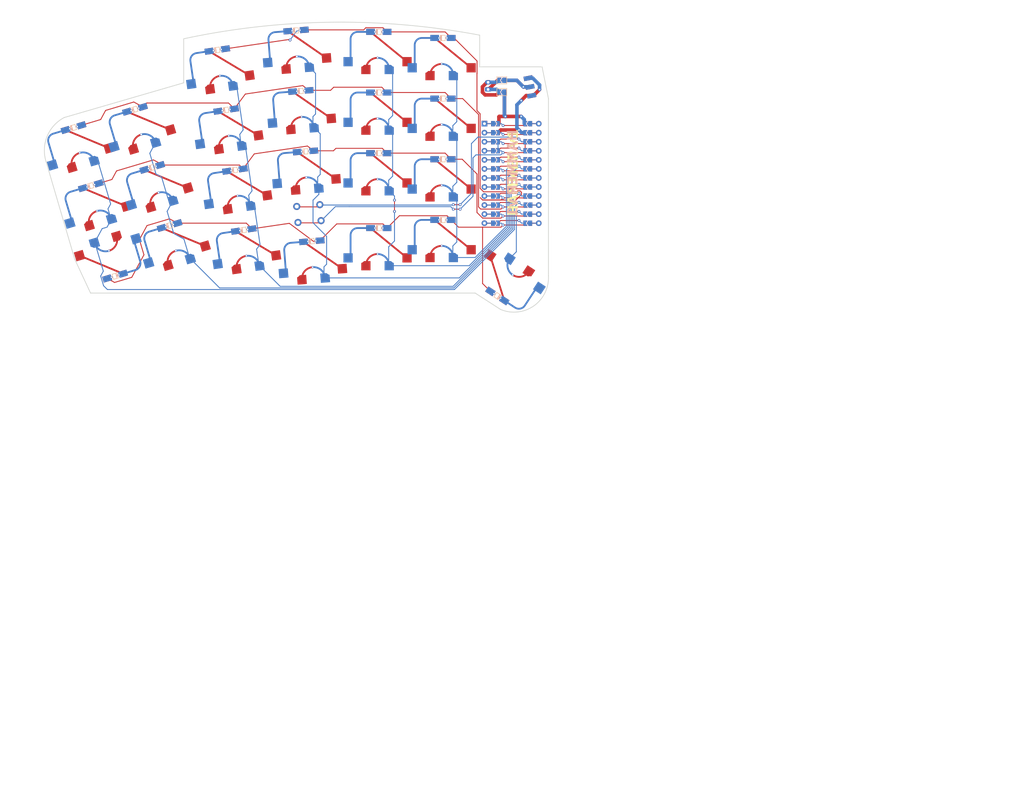
<source format=kicad_pcb>
(kicad_pcb (version 20211014) (generator pcbnew)
  (layers (0 "F.Cu" signal) (31 "B.Cu" signal) (34 "B.Paste" user) (35 "F.Paste" user) (36 "B.SilkS" user "B.Silkscreen") (37 "F.SilkS" user "F.Silkscreen") (38 "B.Mask" user) (39 "F.Mask" user) (44 "Edge.Cuts" user))
  (net 0 "")
  (net 1 "GND")
  (net 2 "Col0")
  (net 3 "Row0")
  (net 4 "Row1")
  (net 5 "Row2")
  (net 6 "Row3")
  (net 7 "Col1")
  (net 8 "Col2")
  (net 9 "Col3")
  (net 10 "Col4")
  (net 11 "Col5")
  (net 12 "Col6")
  (net 13 "unconnected-(U1-Pad1)")
  (net 14 "unconnected-(U1-Pad2)")
  (net 15 "unconnected-(U1-Pad5)")
  (net 16 "unconnected-(U1-Pad6)")
  (net 17 "unconnected-(U1-Pad7)")
  (net 18 "unconnected-(U1-Pad8)")
  (net 19 "unconnected-(U1-Pad13)")
  (net 20 "unconnected-(U1-Pad21)")
  (net 21 "Net-(U1-Pad24)")
  (net 22 "Net-(J1-Pad2)")
  (net 23 "Net-(U1-Pad22)")
  (net 25 "Net-(J1-Pad1)")
  (net 26 "Net-(SW2-Pad2)")
  (footprint "lib:Kailh_socket_PG1350_reversible" (layer "F.Cu") (at 161.845299 110.058528)
    (fp_text reference "K40")
    (fp_text value "Kailh Choc")
  )
  (footprint "lib:Kailh_socket_PG1350_reversible" (layer "F.Cu") (at 179.845307 107.768977)
    (fp_text reference "K50")
    (fp_text value "Kailh Choc")
  )
  (footprint "lib:Kailh_socket_PG1350_reversible" (layer "F.Cu") (at 198.297728 120.836712 146.6)
    (fp_text reference "K60")
    (fp_text value "Kailh Choc")
  )
  (footprint "Package_DIP:DIP-24_W15.24mm_Socket" (layer "F.Cu") (at 199.468922 90.11317)
    (fp_text reference "U1")
    (fp_text value "nice_nano")
  )
  (footprint "lib:SW_SPDT_CK-JS102011SAQN" (layer "F.Cu") (at 207.312879 65.288939 101.2)
    (fp_text reference "SW2")
    (fp_text value "SW_SPDT")
  )
  (footprint "lib:Kailh_socket_PG1350_reversible" (layer "F.Cu") (at 141.635024 88.561122 4.47)
    (fp_text reference "K31")
    (fp_text value "Kailh Choc")
  )
  (footprint "lib:Kailh_socket_PG1350_reversible" (layer "F.Cu") (at 77.485247 81.783886 16.6)
    (fp_text reference "K02")
    (fp_text value "Kailh Choc")
  )
  (footprint "lib:Kailh_socket_PG1350_reversible" (layer "F.Cu") (at 161.845298 54.998527)
    (fp_text reference "K43")
    (fp_text value "Kailh Choc")
  )
  (footprint "lib:Kailh_socket_PG1350_reversible" (layer "F.Cu") (at 122.147922 93.770455 8.36)
    (fp_text reference "K21")
    (fp_text value "Kailh Choc")
  )
  (footprint "lib:Kailh_socket_PG1350_reversible" (layer "F.Cu") (at 179.845307 56.708976)
    (fp_text reference "K53")
    (fp_text value "Kailh Choc")
  )
  (footprint "lib:Kailh_socket_PG1350_reversible" (layer "F.Cu") (at 119.673343 76.931309 8.36)
    (fp_text reference "K22")
    (fp_text value "Kailh Choc")
  )
  (footprint "lib:Kailh_socket_PG1350_reversible" (layer "F.Cu") (at 82.347663 98.094536 16.6)
    (fp_text reference "K01")
    (fp_text value "Kailh Choc")
  )
  (footprint "lib:Kailh_socket_PG1350_reversible" (layer "F.Cu") (at 161.845299 72.018528)
    (fp_text reference "K42")
    (fp_text value "Kailh Choc")
  )
  (footprint "lib:Kailh_socket_PG1350_reversible" (layer "F.Cu") (at 94.735053 76.641496 16.6)
    (fp_text reference "K12")
    (fp_text value "Kailh Choc")
  )
  (footprint "Connector_JST:JST_PH_S2B-PH-K_1x02_P2.00mm_Horizontal" (layer "F.Cu") (at 192.876 66.532 90)
    (fp_text reference "J1")
    (fp_text value "Screw_Terminal_01x02")
  )
  (footprint "lib:Kailh_socket_PG1350_reversible" (layer "F.Cu") (at 161.8453 89.038528)
    (fp_text reference "K41")
    (fp_text value "Kailh Choc")
  )
  (footprint "lib:Kailh_socket_PG1350_reversible" (layer "F.Cu") (at 99.597469 92.952146 16.6)
    (fp_text reference "K11")
    (fp_text value "Kailh Choc")
  )
  (footprint "lib:Kailh_socket_PG1350_reversible" (layer "F.Cu") (at 179.845307 90.748978)
    (fp_text reference "K51")
    (fp_text value "Kailh Choc")
  )
  (footprint "lib:Kailh_socket_PG1350_reversible" (layer "F.Cu") (at 138.982044 54.624663 4.47)
    (fp_text reference "K33")
    (fp_text value "Kailh Choc")
  )
  (footprint "lib:Kailh_socket_PG1350_reversible" (layer "F.Cu") (at 87.210079 114.405186 -163.4)
    (fp_text reference "K00")
    (fp_text value "Kailh Choc")
  )
  (footprint "Jumper:SolderJumper-2_P1.3mm_Open_TrianglePad1.0x1.5mm" (layer "F.Cu") (at 196.73394 67.28512 180)
    (fp_text reference "JP4")
    (fp_text value "SolderJumper_2_Open")
  )
  (footprint "lib:Kailh_socket_PG1350_reversible" (layer "F.Cu") (at 124.622499 110.609603 8.36)
    (fp_text reference "K20")
    (fp_text value "Kailh Choc")
  )
  (footprint "lib:Kailh_socket_PG1350_reversible" (layer "F.Cu") (at 140.308535 71.592892 4.47)
    (fp_text reference "K32")
    (fp_text value "Kailh Choc")
  )
  (footprint "lib:Kailh_socket_PG1350_reversible" (layer "F.Cu") (at 117.198765 60.092163 8.36)
    (fp_text reference "K23")
    (fp_text value "Kailh Choc")
  )
  (footprint "lib:Kailh_socket_PG1350_reversible" (layer "F.Cu") (at 143.411492 113.754343 4.47)
    (fp_text reference "K30")
    (fp_text value "Kailh Choc")
  )
  (footprint "lib:Kailh_socket_PG1350_reversible" (layer "F.Cu") (at 104.459886 109.262796 16.6)
    (fp_text reference "K10")
    (fp_text value "Kailh Choc")
  )
  (footprint "Jumper:SolderJumper-2_P1.3mm_Open_TrianglePad1.0x1.5mm" (layer "F.Cu") (at 196.73394 63.98312 180)
    (fp_text reference "JP1")
    (fp_text value "SolderJumper_2_Open")
  )
  (footprint "lib:Kailh_socket_PG1350_reversible" (layer "F.Cu") (at 179.845308 73.728976)
    (fp_text reference "K52")
    (fp_text value "Kailh Choc")
  )
  (footprint "Jumper:SolderJumper-2_P1.3mm_Open_TrianglePad1.0x1.5mm" (layer "B.Cu") (at 196.73394 63.98312 180)
    (fp_text reference "JP3")
    (fp_text value "SolderJumper_2_Open")
  )
  (footprint "Jumper:SolderJumper-2_P1.3mm_Open_TrianglePad1.0x1.5mm" (layer "B.Cu") (at 196.73394 67.28512 180)
    (fp_text reference "JP2")
    (fp_text value "SolderJumper_2_Open")
  )
  (footprint "Button_Switch_THT:SW_PUSH_6mm" (layer "B.Cu") (at 145.645247 98.882886 -175.53)
    (fp_text reference "SW1")
    (fp_text value "SW_DPST")
  )
  (gr_poly (pts (xy 201.074867 83.752659) (xy 201.074867 83.083793) (xy 200.372133 82.872126) (xy 200.372133 81.885759) (xy 201.074867 81.674093) (xy 201.074867 81.02216) (xy 199.826033 81.433666) (xy 199.826033 82.03816) (xy 199.826032 82.715493) (xy 198.7042 82.385294) (xy 198.7042 82.364126) (xy 199.826033 82.03816) (xy 199.826033 81.433666) (xy 198.12 81.995826) (xy 198.12 82.791692)) (layer "B.SilkS") (width 0) (fill solid))
  (gr_poly (pts (xy 199.296867 78.843549) (xy 199.296867 79.969614) (xy 198.12 79.969615) (xy 198.12 80.613082) (xy 201.074867 80.613082) (xy 201.074867 79.969614) (xy 199.864133 79.969615) (xy 199.864133 78.843549) (xy 201.074867 78.843549) (xy 201.074867 78.200082) (xy 198.12 78.200082) (xy 198.120001 78.843549)) (layer "B.SilkS") (width 0) (fill solid))
  (gr_poly (pts (xy 198.120264 95.096436) (xy 198.121058 95.12139) (xy 198.122382 95.146045) (xy 198.124233 95.170403) (xy 198.126615 95.194463) (xy 198.129525 95.218227) (xy 198.132965 95.241692) (xy 198.136933 95.264859) (xy 198.141431 95.287729) (xy 198.146458 95.310302) (xy 198.152015 95.332576) (xy 198.1581 95.354553) (xy 198.164715 95.376233) (xy 198.171858 95.397614) (xy 198.179531 95.418698) (xy 198.187733 95.439485) (xy 198.196431 95.459924) (xy 198.205593 95.479965) (xy 198.215217 95.499611) (xy 198.225303 95.518859) (xy 198.235855 95.537711) (xy 198.246868 95.556165) (xy 198.258344 95.574223) (xy 198.270283 95.591884) (xy 198.282686 95.609148) (xy 198.295551 95.626015) (xy 198.308879 95.642486) (xy 198.322671 95.65856) (xy 198.336925 95.674236) (xy 198.351643 95.689516) (xy 198.366823 95.704399) (xy 198.382468 95.718885) (xy 198.398012 95.733492) (xy 198.413952 95.747668) (xy 198.430291 95.761413) (xy 198.447025 95.774727) (xy 198.464157 95.787609) (xy 198.481685 95.800061) (xy 198.499611 95.812082) (xy 198.517934 95.823673) (xy 198.536654 95.834833) (xy 198.55577 95.845563) (xy 198.575282 95.855863) (xy 198.595192 95.865733) (xy 198.615499 95.875174) (xy 198.636202 95.884185) (xy 198.657303 95.892766) (xy 198.6788 95.900918) (xy 198.700645 95.908608) (xy 198.722787 95.915801) (xy 198.745227 95.922497) (xy 198.767964 95.928699) (xy 198.791001 95.934405) (xy 198.814334 95.939613) (xy 198.837963 95.944326) (xy 198.861892 95.948543) (xy 198.886118 95.952264) (xy 198.910641 95.955488) (xy 198.935462 95.958216) (xy 198.960581 95.960449) (xy 198.985998 95.962185) (xy 199.011712 95.963425) (xy 199.037724 95.96417) (xy 199.064033 95.964418) (xy 199.101306 95.963888) (xy 199.137983 95.9623) (xy 199.174066 95.959652) (xy 199.209553 95.955946) (xy 199.244444 95.951181) (xy 199.278742 95.945358) (xy 199.312444 95.938477) (xy 199.34555 95.930538) (xy 199.378061 95.92154) (xy 199.409977 95.911485) (xy 199.441297 95.900373) (xy 199.472022 95.888202) (xy 199.502151 95.874975) (xy 199.531685 95.86069) (xy 199.560624 95.845349) (xy 199.588967 95.828949) (xy 199.616532 95.811996) (xy 199.643139 95.79395) (xy 199.668787 95.774816) (xy 199.693475 95.754593) (xy 199.717205 95.733278) (xy 199.739976 95.710874) (xy 199.761788 95.687379) (xy 199.78264 95.662792) (xy 199.802534 95.637114) (xy 199.821468 95.610345) (xy 199.839444 95.582483) (xy 199.85646 95.553529) (xy 199.872517 95.523483) (xy 199.887615 95.492343) (xy 199.901754 95.46011) (xy 199.914933 95.426785) (xy 201.074866 96.006751) (xy 201.074867 95.291318) (xy 199.991133 94.77485) (xy 199.991133 94.313419) (xy 201.074867 94.313419) (xy 201.074866 93.669951) (xy 199.449266 93.669951) (xy 199.449267 94.313419) (xy 199.449267 94.99075) (xy 199.448985 95.0085) (xy 199.448142 95.02575) (xy 199.446736 95.042503) (xy 199.444768 95.058759) (xy 199.442238 95.074516) (xy 199.439145 95.089777) (xy 199.435491 95.104541) (xy 199.431274 95.118809) (xy 199.426493 95.132581) (xy 199.421153 95.145857) (xy 199.41525 95.158637) (xy 199.408784 95.170922) (xy 199.401756 95.182713) (xy 199.394166 95.194008) (xy 199.386014 95.20481) (xy 199.3773 95.215118) (xy 199.36751 95.225365) (xy 199.357192 95.234951) (xy 199.346344 95.243878) (xy 199.334967 95.252145) (xy 199.323061 95.259751) (xy 199.310626 95.266696) (xy 199.297662 95.272981) (xy 199.284168 95.278605) (xy 199.270145 95.283568) (xy 199.255593 95.287869) (xy 199.240512 95.29151) (xy 199.224901 95.294488) (xy 199.208762 95.296805) (xy 199.192093 95.29846) (xy 199.174894 95.299454) (xy 199.157167 95.299785) (xy 198.9709 95.299786) (xy 198.953189 95.299453) (xy 198.936041 95.29846) (xy 198.919455 95.296805) (xy 198.903431 95.294488) (xy 198.887969 95.29151) (xy 198.87307 95.287869) (xy 198.858733 95.283568) (xy 198.844959 95.278605) (xy 198.831745 95.272981) (xy 198.819095 95.266696) (xy 198.807007 95.259751) (xy 198.795481 95.252145) (xy 198.784517 95.243878) (xy 198.774116 95.234951) (xy 198.764277 95.225366) (xy 198.755 95.215118) (xy 198.745773 95.20481) (xy 198.737141 95.194008) (xy 198.729104 95.182713) (xy 198.721662 95.170922) (xy 198.714816 95.158637) (xy 198.708566 95.145857) (xy 198.70291 95.132581) (xy 198.69785 95.118809) (xy 198.693385 95.104541) (xy 198.689516 95.089777) (xy 198.686241 95.074516) (xy 198.683562 95.058759) (xy 198.68148 95.042503) (xy 198.679991 95.02575) (xy 198.679098 95.0085) (xy 198.6788 94.99075) (xy 198.678799 94.313419) (xy 199.449267 94.313419) (xy 199.449266 93.669951) (xy 198.12 93.669951) (xy 198.119999 95.071185)) (layer "B.SilkS") (width 0) (fill solid))
  (gr_poly (pts (xy 198.6915 93.109352) (xy 198.6915 91.741985) (xy 199.296867 91.741985) (xy 199.296867 92.914619) (xy 199.864133 92.914619) (xy 199.864133 91.741985) (xy 200.503367 91.741985) (xy 200.503366 93.109352) (xy 201.074867 93.109352) (xy 201.074867 91.098519) (xy 198.119999 91.098519) (xy 198.12 93.109352)) (layer "B.SilkS") (width 0) (fill solid))
  (gr_poly (pts (xy 200.562633 101.30371) (xy 200.562633 101.930242) (xy 201.074867 101.930242) (xy 201.074867 99.872842) (xy 200.562633 99.872842) (xy 200.562633 100.66871) (xy 198.581433 100.668711) (xy 198.581433 100.630609) (xy 199.368833 100.029478) (xy 199.051333 99.623075) (xy 198.12 100.330043) (xy 198.12 101.30371)) (layer "B.SilkS") (width 0) (fill solid))
  (gr_poly (pts (xy 199.5043 89.03551) (xy 199.5043 89.043976) (xy 198.12 89.759408) (xy 198.12 90.44521) (xy 201.074867 90.44521) (xy 201.074867 89.839842) (xy 199.136 89.839842) (xy 199.136 89.827143) (xy 199.5678 89.611242) (xy 200.613433 89.03551) (xy 199.572032 88.472434) (xy 199.106367 88.248068) (xy 199.106367 88.235368) (xy 201.074867 88.235368) (xy 201.074867 87.63) (xy 198.12 87.63) (xy 198.12 88.311566)) (layer "B.SilkS") (width 0) (fill solid))
  (gr_poly (pts (xy 199.749833 98.128286) (xy 200.554166 98.335719) (xy 200.554167 98.369586) (xy 199.749833 98.57702) (xy 198.852367 98.843719) (xy 198.852367 99.436385) (xy 201.074867 98.708253) (xy 201.074867 97.963185) (xy 198.852367 97.235051) (xy 198.852367 97.853117)) (layer "B.SilkS") (width 0) (fill solid))
  (gr_poly (pts (xy 199.504299 85.566939) (xy 199.504299 85.575405) (xy 198.12 86.29084) (xy 198.120001 86.976639) (xy 201.074867 86.976639) (xy 201.074867 86.371272) (xy 199.136 86.371272) (xy 199.136 86.358572) (xy 199.5678 86.142672) (xy 200.613433 85.566939) (xy 199.572033 85.003905) (xy 199.106367 84.779539) (xy 199.106367 84.766839) (xy 201.074866 84.766839) (xy 201.074867 84.161472) (xy 198.12 84.161472) (xy 198.12 84.843039)) (layer "B.SilkS") (width 0) (fill solid))
  (gr_poly (pts (xy 199.676388 94.34268) (xy 199.676388 94.334214) (xy 198.292088 93.61878) (xy 198.292088 92.93298) (xy 201.246955 92.93298) (xy 201.246955 93.538347) (xy 199.308088 93.538347) (xy 199.308088 93.551047) (xy 199.739888 93.766947) (xy 200.785521 94.342681) (xy 199.744121 94.905714) (xy 199.278455 95.13008) (xy 199.278455 95.14278) (xy 201.246955 95.14278) (xy 201.246955 95.748147) (xy 198.292088 95.748147) (xy 198.292088 95.06658)) (layer "F.SilkS") (width 0) (fill solid))
  (gr_poly (pts (xy 199.676388 90.874108) (xy 199.676388 90.865643) (xy 198.292088 90.150211) (xy 198.292088 89.464409) (xy 201.246955 89.464409) (xy 201.246955 90.069777) (xy 199.308089 90.069777) (xy 199.308088 90.082476) (xy 199.739888 90.298377) (xy 200.785521 90.874109) (xy 199.744121 91.437185) (xy 199.278455 91.661551) (xy 199.278455 91.674251) (xy 201.246955 91.674251) (xy 201.246955 92.279619) (xy 198.292088 92.279619) (xy 198.292088 91.598051)) (layer "F.SilkS") (width 0) (fill solid))
  (gr_poly (pts (xy 199.921921 81.781333) (xy 200.726254 81.5739) (xy 200.726253 81.540033) (xy 199.921921 81.332599) (xy 199.024455 81.0659) (xy 199.024455 80.473234) (xy 201.246955 81.201366) (xy 201.246955 81.946434) (xy 199.024455 82.674568) (xy 199.024455 82.056501)) (layer "F.SilkS") (width 0) (fill solid))
  (gr_poly (pts (xy 201.246955 96.15696) (xy 201.246955 96.825826) (xy 200.544221 97.037493) (xy 200.544221 98.02386) (xy 201.246955 98.235526) (xy 201.246955 98.88746) (xy 199.998121 98.475953) (xy 199.998121 97.871459) (xy 199.998121 97.194126) (xy 198.876288 97.524326) (xy 198.876288 97.545493) (xy 199.998121 97.871459) (xy 199.998121 98.475953) (xy 198.292088 97.913793) (xy 198.292088 97.117927)) (layer "F.SilkS") (width 0) (fill solid))
  (gr_poly (pts (xy 198.863588 86.800267) (xy 198.863588 88.167634) (xy 199.468955 88.167634) (xy 199.468955 86.995) (xy 200.036221 86.995) (xy 200.036221 88.167634) (xy 200.675455 88.167634) (xy 200.675455 86.800267) (xy 201.246955 86.800267) (xy 201.246955 88.8111) (xy 198.292088 88.8111) (xy 198.292088 86.800267)) (layer "F.SilkS") (width 0) (fill solid))
  (gr_poly (pts (xy 200.734721 78.605909) (xy 200.734721 77.979377) (xy 201.246956 77.979377) (xy 201.246955 80.036777) (xy 200.734721 80.036777) (xy 200.734721 79.240909) (xy 198.75352 79.240909) (xy 198.753521 79.27901) (xy 199.540921 79.880142) (xy 199.223421 80.286544) (xy 198.292088 79.579576) (xy 198.292088 78.605909)) (layer "F.SilkS") (width 0) (fill solid))
  (gr_poly (pts (xy 198.292353 84.813183) (xy 198.293146 84.788229) (xy 198.294469 84.763574) (xy 198.296321 84.739216) (xy 198.298704 84.715155) (xy 198.301613 84.691392) (xy 198.305053 84.667927) (xy 198.309021 84.644759) (xy 198.313519 84.62189) (xy 198.318546 84.599317) (xy 198.324103 84.577043) (xy 198.330188 84.555066) (xy 198.336803 84.533386) (xy 198.343946 84.512005) (xy 198.351619 84.490921) (xy 198.359821 84.470134) (xy 198.368519 84.449695) (xy 198.377681 84.429652) (xy 198.387305 84.410008) (xy 198.397392 84.390761) (xy 198.407943 84.371908) (xy 198.418956 84.353454) (xy 198.430432 84.335396) (xy 198.442372 84.317735) (xy 198.454774 84.300471) (xy 198.467639 84.283604) (xy 198.480967 84.267133) (xy 198.49476 84.25106) (xy 198.509012 84.235383) (xy 198.523731 84.220104) (xy 198.538911 84.20522) (xy 198.554555 84.190733) (xy 198.570099 84.176126) (xy 198.58604 84.161951) (xy 198.602378 84.148207) (xy 198.619113 84.134892) (xy 198.636245 84.12201) (xy 198.653773 84.109558) (xy 198.6717 84.097537) (xy 198.690021 84.085946) (xy 198.708741 84.074785) (xy 198.727857 84.064056) (xy 198.74737 84.053756) (xy 198.76728 84.043886) (xy 198.787588 84.034445) (xy 198.80829 84.025434) (xy 198.829391 84.016853) (xy 198.850888 84.008701) (xy 198.872733 84.001011) (xy 198.894875 83.993818) (xy 198.917315 83.987121) (xy 198.940052 83.980921) (xy 198.963088 83.975214) (xy 198.986421 83.970006) (xy 199.010051 83.965293) (xy 199.03398 83.961076) (xy 199.058206 83.957355) (xy 199.082729 83.954131) (xy 199.10755 83.951402) (xy 199.132669 83.94917) (xy 199.158086 83.947434) (xy 199.1838 83.946194) (xy 199.209812 83.945449) (xy 199.23612 83.945201) (xy 199.273394 83.945731) (xy 199.310071 83.947319) (xy 199.346154 83.949968) (xy 199.38164 83.953673) (xy 199.416533 83.958438) (xy 199.45083 83.964262) (xy 199.484532 83.971142) (xy 199.517638 83.979081) (xy 199.550149 83.988079) (xy 199.582065 83.998134) (xy 199.613385 84.009246) (xy 199.64411 84.021417) (xy 199.674239 84.034643) (xy 199.703773 84.048929) (xy 199.732712 84.06427) (xy 199.761056 84.080669) (xy 199.78862 84.097624) (xy 199.815227 84.115669) (xy 199.840875 84.134803) (xy 199.865563 84.155027) (xy 199.889293 84.176341) (xy 199.912064 84.198745) (xy 199.933876 84.22224) (xy 199.954728 84.246827) (xy 199.974622 84.272505) (xy 199.993556 84.299274) (xy 200.011531 84.327136) (xy 200.028548 84.35609) (xy 200.044605 84.386137) (xy 200.059703 84.417277) (xy 200.073842 84.449509) (xy 200.087021 84.482835) (xy 201.246955 83.902868) (xy 201.246955 84.618301) (xy 200.16322 85.134769) (xy 200.163221 85.5962) (xy 201.246955 85.5962) (xy 201.246955 86.239668) (xy 199.621355 86.239668) (xy 199.621355 85.5962) (xy 199.621355 84.918869) (xy 199.621073 84.901119) (xy 199.62023 84.883868) (xy 199.618824 84.867116) (xy 199.616856 84.85086) (xy 199.614325 84.835103) (xy 199.611233 84.819842) (xy 199.607579 84.805078) (xy 199.603362 84.79081) (xy 199.598582 84.777038) (xy 199.593241 84.763762) (xy 199.587338 84.750982) (xy 199.580871 84.738697) (xy 199.573845 84.726906) (xy 199.566254 84.715611) (xy 199.558102 84.704809) (xy 199.549388 84.694501) (xy 199.539598 84.684254) (xy 199.52928 84.674668) (xy 199.518432 84.665741) (xy 199.507055 84.657474) (xy 199.495149 84.649868) (xy 199.482714 84.642923) (xy 199.46975 84.636638) (xy 199.456255 84.631014) (xy 199.442233 84.626051) (xy 199.427681 84.62175) (xy 199.4126 84.61811) (xy 199.396989 84.615131) (xy 199.38085 84.612814) (xy 199.364181 84.611159) (xy 199.346982 84.610165) (xy 199.329255 84.609834) (xy 199.142988 84.609834) (xy 199.125277 84.610165) (xy 199.108129 84.611159) (xy 199.091544 84.612814) (xy 199.075519 84.615131) (xy 199.060057 84.618109) (xy 199.045158 84.62175) (xy 199.030821 84.626051) (xy 199.017046 84.631015) (xy 199.003833 84.636639) (xy 198.991183 84.642923) (xy 198.979095 84.649868) (xy 198.967569 84.657474) (xy 198.956604 84.665741) (xy 198.946204 84.674668) (xy 198.936366 84.684254) (xy 198.927088 84.694501) (xy 198.917861 84.704809) (xy 198.909229 84.715611) (xy 198.901192 84.726905) (xy 198.89375 84.738697) (xy 198.886904 84.750982) (xy 198.880654 84.763762) (xy 198.874998 84.777038) (xy 198.869938 84.79081) (xy 198.865473 84.805078) (xy 198.861605 84.819842) (xy 198.858329 84.835103) (xy 198.85565 84.85086) (xy 198.853567 84.867115) (xy 198.852079 84.883869) (xy 198.851186 84.901119) (xy 198.850888 84.918869) (xy 198.850888 85.5962) (xy 199.621355 85.5962) (xy 199.621355 86.239668) (xy 198.292088 86.239668) (xy 198.292088 84.838435)) (layer "F.SilkS") (width 0) (fill solid))
  (gr_poly (pts (xy 199.468955 101.06607) (xy 199.468955 99.940004) (xy 198.292088 99.940004) (xy 198.292088 99.296537) (xy 201.246955 99.296538) (xy 201.246955 99.940004) (xy 200.036221 99.940004) (xy 200.036221 101.06607) (xy 201.246955 101.06607) (xy 201.246955 101.709537) (xy 198.292088 101.709537) (xy 198.292088 101.066071)) (layer "F.SilkS") (width 0) (fill solid))
  (gr_line (start 196.342 128.27) (end 189.245247 123.693886) (layer "Edge.Cuts") (width 0.2))
  (gr_arc (start 209.804 118.872) (mid 205.681153 127.307002) (end 196.342 128.27) (layer "Edge.Cuts") (width 0.2))
  (gr_arc (start 68.834001 86.868) (mid 69.098024 79.71603) (end 73.914 74.422) (layer "Edge.Cuts") (width 0.2))
  (gr_line (start 81.295247 123.693887) (end 76.850247 114.168886) (layer "Edge.Cuts") (width 0.2))
  (gr_arc (start 107.442 52.324) (mid 148.92779 47.674308) (end 190.515247 51.303886) (layer "Edge.Cuts") (width 0.2))
  (gr_line (start 189.245247 123.693886) (end 81.295247 123.693887) (layer "Edge.Cuts") (width 0.2))
  (gr_line (start 107.442 64.678114) (end 107.442 52.324) (layer "Edge.Cuts") (width 0.2))
  (gr_line (start 208.026 60.193886) (end 190.515247 60.193887) (layer "Edge.Cuts") (width 0.2))
  (gr_line (start 73.914 74.422) (end 107.442 64.678114) (layer "Edge.Cuts") (width 0.2))
  (gr_line (start 209.804 118.872) (end 209.804 69.088) (layer "Edge.Cuts") (width 0.2))
  (gr_line (start 190.515247 60.193887) (end 190.515247 51.303886) (layer "Edge.Cuts") (width 0.2))
  (gr_line (start 76.850247 114.168886) (end 68.834 86.868) (layer "Edge.Cuts") (width 0.2))
  (gr_line (start 208.026 60.193886) (end 209.804 69.088) (layer "Edge.Cuts") (width 0.2))
  (segment (start 183.110247 100.152886) (end 185.015246 100.152886) (width 0.25) (layer "F.Cu") (net 1))
  (segment (start 197.080247 84.277887) (end 202.764206 84.277886) (width 0.25) (layer "F.Cu") (net 1))
  (segment (start 205.100837 68.275472) (end 203.557662 68.275471) (width 1) (layer "F.Cu") (net 1))
  (segment (start 145.451761 103.980393) (end 145.958353 103.473802) (width 0.25) (layer "F.Cu") (net 1))
  (segment (start 202.764207 81.737887) (end 203.278923 81.22317) (width 0.25) (layer "F.Cu") (net 1))
  (segment (start 205.596347 68.275471) (end 207.312879 66.558939) (width 1) (layer "F.Cu") (net 1))
  (segment (start 197.080246 81.737886) (end 202.764207 81.737887) (width 0.25) (layer "F.Cu") (net 1))
  (segment (start 203.557662 68.275471) (end 202.160246 69.672886) (width 1) (layer "F.Cu") (net 1))
  (segment (start 202.764206 84.277886) (end 203.278923 83.76317) (width 0.25) (layer "F.Cu") (net 1))
  (segment (start 203.278923 81.22317) (end 203.278923 83.76317) (width 0.25) (layer "F.Cu") (net 1))
  (segment (start 139.478123 103.980393) (end 145.451761 103.980393) (width 0.25) (layer "F.Cu") (net 1))
  (segment (start 196.414207 77.927886) (end 195.908443 78.433651) (width 1) (layer "F.Cu") (net 1))
  (segment (start 195.908443 78.433651) (end 195.908442 78.68317) (width 1) (layer "F.Cu") (net 1))
  (segment (start 205.100838 68.275473) (end 205.596347 68.275471) (width 1) (layer "F.Cu") (net 1))
  (segment (start 201.525247 77.927886) (end 196.414207 77.927886) (width 1) (layer "F.Cu") (net 1))
  (via (at 197.080246 81.737886) (size 0.8) (drill 0.4) (layers "F.Cu" "B.Cu") (net 1))
  (via (at 185.015246 100.152886) (size 0.8) (drill 0.4) (layers "F.Cu" "B.Cu") (net 1))
  (via (at 201.525247 77.927886) (size 0.8) (drill 0.4) (layers "F.Cu" "B.Cu") (net 1))
  (via (at 183.110247 100.152886) (size 0.8) (drill 0.4) (layers "F.Cu" "B.Cu") (net 1))
  (via (at 202.160246 69.672886) (size 0.8) (drill 0.4) (layers "F.Cu" "B.Cu") (net 1))
  (via (at 207.312879 66.558939) (size 0.8) (drill 0.4) (layers "F.Cu" "B.Cu") (net 1))
  (via (at 197.080247 84.277887) (size 0.8) (drill 0.4) (layers "F.Cu" "B.Cu") (net 1))
  (segment (start 200.960727 77.363366) (end 201.525247 77.927886) (width 1) (layer "B.Cu") (net 1))
  (segment (start 153.900247 99.43701) (end 182.39437 99.43701) (width 0.25) (layer "B.Cu") (net 1))
  (segment (start 195.658923 83.76317) (end 196.56553 83.76317) (width 0.25) (layer "B.Cu") (net 1))
  (segment (start 202.280531 78.68317) (end 203.029403 78.68317) (width 1) (layer "B.Cu") (net 1))
  (segment (start 195.658923 81.223171) (end 195.658923 83.76317) (width 0.25) (layer "B.Cu") (net 1))
  (segment (start 205.403933 63.370696) (end 207.312879 65.279641) (width 1) (layer "B.Cu") (net 1))
  (segment (start 188.639767 85.733366) (end 189.485451 84.887681) (width 0.25) (layer "B.Cu") (net 1))
  (segment (start 145.958353 103.473802) (end 149.995144 99.43701) (width 0.25) (layer "B.Cu") (net 1))
  (segment (start 196.470451 84.887682) (end 197.080247 84.277887) (width 0.25) (layer "B.Cu") (net 1))
  (segment (start 202.160246 69.672886) (end 200.960726 70.872407) (width 1) (layer "B.Cu") (net 1))
  (segment (start 207.312879 66.558939) (end 207.312879 65.279641) (width 1) (layer "B.Cu") (net 1))
  (segment (start 204.129665 63.370697) (end 205.403933 63.370696) (width 1) (layer "B.Cu") (net 1))
  (segment (start 149.995144 99.43701) (end 153.900247 99.43701) (width 0.25) (layer "B.Cu") (net 1))
  (segment (start 182.39437 99.43701) (end 183.110247 100.152886) (width 0.25) (layer "B.Cu") (net 1))
  (segment (start 189.485451 84.887681) (end 196.470451 84.887682) (width 0.25) (layer "B.Cu") (net 1))
  (segment (start 200.960726 70.872407) (end 200.960727 77.363366) (width 1) (layer "B.Cu") (net 1))
  (segment (start 185.015246 100.152886) (end 188.639767 96.528366) (width 0.25) (layer "B.Cu") (net 1))
  (segment (start 196.56553 83.76317) (end 197.080247 84.277887) (width 0.25) (layer "B.Cu") (net 1))
  (segment (start 201.525247 77.927886) (end 202.280531 78.68317) (width 1) (layer "B.Cu") (net 1))
  (segment (start 196.565531 81.22317) (end 197.080246 81.737886) (width 0.25) (layer "B.Cu") (net 1))
  (segment (start 188.639767 96.528366) (end 188.639767 85.733366) (width 0.25) (layer "B.Cu") (net 1))
  (segment (start 195.658923 81.223171) (end 196.565531 81.22317) (width 0.25) (layer "B.Cu") (net 1))
  (segment (start 196.339206 98.247886) (end 195.583923 99.00317) (width 0.25) (layer "F.Cu") (net 2))
  (segment (start 201.525246 98.247886) (end 196.339206 98.247886) (width 0.25) (layer "F.Cu") (net 2))
  (via (at 201.525246 98.247886) (size 0.8) (drill 0.4) (layers "F.Cu" "B.Cu") (net 2))
  (segment (start 84.948857 121.629911) (end 84.137898 118.909604) (width 0.25) (layer "B.Cu") (net 2))
  (segment (start 200.255246 105.867887) (end 183.420152 122.702981) (width 0.25) (layer "B.Cu") (net 2))
  (segment (start 86.191871 100.051188) (end 86.999412 102.760031) (width 0.25) (layer "B.Cu") (net 2))
  (segment (start 82.323599 86.550276) (end 83.512874 87.193314) (width 0.25) (layer "B.Cu") (net 2))
  (segment (start 85.924826 105.193448) (end 87.186015 102.860926) (width 0.25) (layer "B.Cu") (net 2))
  (segment (start 82.371727 109.638796) (end 84.554423 105.601983) (width 0.25) (layer "B.Cu") (net 2))
  (segment (start 201.525246 98.247886) (end 200.255246 99.517886) (width 0.25) (layer "B.Cu") (net 2))
  (segment (start 86.999412 102.760031) (end 87.186015 102.860926) (width 0.25) (layer "B.Cu") (net 2))
  (segment (start 84.881832 117.533727) (end 82.55833 109.739692) (width 0.25) (layer "B.Cu") (net 2))
  (segment (start 202.28053 99.00317) (end 201.525246 98.247886) (width 0.25) (layer "B.Cu") (net 2))
  (segment (start 183.420152 122.702981) (end 86.021927 122.702981) (width 0.25) (layer "B.Cu") (net 2))
  (segment (start 86.021927 122.702981) (end 84.948857 121.629911) (width 0.25) (layer "B.Cu") (net 2))
  (segment (start 83.512874 87.193314) (end 86.935806 98.675311) (width 0.25) (layer "B.Cu") (net 2))
  (segment (start 82.55833 109.739692) (end 82.371727 109.638796) (width 0.25) (layer "B.Cu") (net 2))
  (segment (start 203.353923 99.00317) (end 202.28053 99.00317) (width 0.25) (layer "B.Cu") (net 2))
  (segment (start 84.554423 105.601983) (end 85.924826 105.193448) (width 0.25) (layer "B.Cu") (net 2))
  (segment (start 86.935806 98.675311) (end 86.191871 100.051188) (width 0.25) (layer "B.Cu") (net 2))
  (segment (start 200.255246 99.517886) (end 200.255246 105.867887) (width 0.25) (layer "B.Cu") (net 2))
  (segment (start 84.137898 118.909604) (end 84.881832 117.533727) (width 0.25) (layer "B.Cu") (net 2))
  (segment (start 137.069442 104.116922) (end 143.918219 109.210698) (width 0.25) (layer "F.Cu") (net 3))
  (segment (start 181.348788 101.980458) (end 182.523306 103.154978) (width 0.25) (layer "F.Cu") (net 3))
  (segment (start 191.337319 105.207681) (end 184.576011 105.207681) (width 0.25) (layer "F.Cu") (net 3))
  (segment (start 197.080246 104.597886) (end 202.764207 104.597886) (width 0.25) (layer "F.Cu") (net 3))
  (segment (start 163.348781 104.270009) (end 164.523298 105.444528) (width 0.25) (layer "F.Cu") (net 3))
  (segment (start 126.601201 105.65527) (end 137.069442 104.116922) (width 0.25) (layer "F.Cu") (net 3))
  (segment (start 88.031715 120.711127) (end 92.860115 119.271719) (width 0.25) (layer "F.Cu") (net 3))
  (segment (start 85.961857 119.591959) (end 88.031715 120.711127) (width 0.25) (layer "F.Cu") (net 3))
  (segment (start 125.021955 104.076022) (end 126.601202 105.65527) (width 0.25) (layer "F.Cu") (net 3))
  (segment (start 145.721745 108.945661) (end 150.397396 104.270008) (width 0.25) (layer "F.Cu") (net 3))
  (segment (start 193.522087 123.214513) (end 191.327738 121.020164) (width 0.25) (layer "F.Cu") (net 3))
  (segment (start 92.860115 119.271719) (end 96.277096 112.952143) (width 0.25) (layer "F.Cu") (net 3))
  (segment (start 95.007212 108.692399) (end 97.142825 104.742665) (width 0.25) (layer "F.Cu") (net 3))
  (segment (start 184.576011 105.207681) (end 182.523307 103.154977) (width 0.25) (layer "F.Cu") (net 3))
  (segment (start 167.987372 101.980456) (end 181.348788 101.980458) (width 0.25) (layer "F.Cu") (net 3))
  (segment (start 196.470452 105.207681) (end 191.337319 105.207681) (width 0.25) (layer "F.Cu") (net 3))
  (segment (start 191.327738 121.020164) (end 191.327738 105.217262) (width 0.25) (layer "F.Cu") (net 3))
  (segment (start 164.523298 105.444528) (end 167.987372 101.980456) (width 0.25) (layer "F.Cu") (net 3))
  (segment (start 103.458758 102.859803) (end 105.708107 104.076022) (width 0.25) (layer "F.Cu") (net 3))
  (segment (start 150.397396 104.270008) (end 163.348781 104.270009) (width 0.25) (layer "F.Cu") (net 3))
  (segment (start 97.142825 104.742665) (end 103.458758 102.859803) (width 0.25) (layer "F.Cu") (net 3))
  (segment (start 197.080246 104.597886) (end 196.470452 105.207681) (width 0.25) (layer "F.Cu") (net 3))
  (segment (start 105.708107 104.076022) (end 125.021955 104.076022) (width 0.25) (layer "F.Cu") (net 3))
  (segment (start 202.764207 104.597886) (end 203.278923 104.08317) (width 0.25) (layer "F.Cu") (net 3))
  (segment (start 191.327738 105.217262) (end 191.337319 105.207681) (width 0.25) (layer "F.Cu") (net 3))
  (segment (start 143.918219 109.210698) (end 145.721745 108.945661) (width 0.25) (layer "F.Cu") (net 3))
  (segment (start 96.277096 112.952143) (end 95.007212 108.692399) (width 0.25) (layer "F.Cu") (net 3))
  (via (at 197.080246 104.597886) (size 0.8) (drill 0.4) (layers "F.Cu" "B.Cu") (net 3))
  (segment (start 195.658923 104.08317) (end 196.565531 104.08317) (width 0.25) (layer "B.Cu") (net 3))
  (segment (start 196.565531 104.08317) (end 197.080246 104.597886) (width 0.25) (layer "B.Cu") (net 3))
  (segment (start 185.722879 86.243941) (end 185.613915 86.134977) (width 0.25) (layer "F.Cu") (net 4))
  (segment (start 123.075875 87.765372) (end 124.126625 88.816122) (width 0.25) (layer "F.Cu") (net 4))
  (segment (start 149.479377 83.752441) (end 143.945275 83.752442) (width 0.25) (layer "F.Cu") (net 4))
  (segment (start 83.595885 92.907763) (end 87.293191 91.805548) (width 0.25) (layer "F.Cu") (net 4))
  (segment (start 100.845691 87.765372) (end 123.075875 87.765372) (width 0.25) (layer "F.Cu") (net 4))
  (segment (start 87.293191 91.805548) (end 88.593489 89.400697) (width 0.25) (layer "F.Cu") (net 4))
  (segment (start 142.166567 82.429528) (end 143.945276 83.752441) (width 0.25) (layer "F.Cu") (net 4))
  (segment (start 182.523306 86.134978) (end 180.812858 84.424528) (width 0.25) (layer "F.Cu") (net 4))
  (segment (start 88.593489 89.400697) (end 98.938581 86.316691) (width 0.25) (layer "F.Cu") (net 4))
  (segment (start 191.340041 102.667682) (end 189.744819 101.072458) (width 0.25) (layer "F.Cu") (net 4))
  (segment (start 189.744819 101.072458) (end 189.744819 90.26588) (width 0.25) (layer "F.Cu") (net 4))
  (segment (start 180.812858 84.424528) (end 164.523301 84.424528) (width 0.25) (layer "F.Cu") (net 4))
  (segment (start 202.764207 102.057886) (end 203.278922 101.543171) (width 0.25) (layer "F.Cu") (net 4))
  (segment (start 197.080247 102.057886) (end 202.764207 102.057886) (width 0.25) (layer "F.Cu") (net 4))
  (segment (start 150.16288 83.06894) (end 149.479377 83.752441) (width 0.25) (layer "F.Cu") (net 4))
  (segment (start 185.613915 86.134977) (end 182.523306 86.134978) (width 0.25) (layer "F.Cu") (net 4))
  (segment (start 98.938581 86.316691) (end 100.697308 87.267631) (width 0.25) (layer "F.Cu") (net 4))
  (segment (start 189.744819 90.26588) (end 185.722879 86.243941) (width 0.25) (layer "F.Cu") (net 4))
  (segment (start 127.245863 84.622184) (end 142.166567 82.429528) (width 0.25) (layer "F.Cu") (net 4))
  (segment (start 196.470451 102.667681) (end 191.340041 102.667682) (width 0.25) (layer "F.Cu") (net 4))
  (segment (start 124.126625 88.816122) (end 127.245863 84.622184) (width 0.25) (layer "F.Cu") (net 4))
  (segment (start 163.167712 83.068941) (end 150.16288 83.06894) (width 0.25) (layer "F.Cu") (net 4))
  (segment (start 100.697308 87.267631) (end 100.845691 87.765372) (width 0.25) (layer "F.Cu") (net 4))
  (segment (start 164.523301 84.424528) (end 163.167712 83.068941) (width 0.25) (layer "F.Cu") (net 4))
  (segment (start 197.080247 102.057886) (end 196.470451 102.667681) (width 0.25) (layer "F.Cu") (net 4))
  (via (at 197.080247 102.057886) (size 0.8) (drill 0.4) (layers "F.Cu" "B.Cu") (net 4))
  (segment (start 196.56553 101.543171) (end 197.080247 102.057886) (width 0.25) (layer "B.Cu") (net 4))
  (segment (start 195.658922 101.54317) (end 196.56553 101.543171) (width 0.25) (layer "B.Cu") (net 4))
  (segment (start 202.764206 99.517886) (end 203.278923 99.00317) (width 0.25) (layer "F.Cu") (net 5))
  (segment (start 120.028955 70.353887) (end 121.652045 71.976976) (width 0.25) (layer "F.Cu") (net 5))
  (segment (start 97.08411 70.353886) (end 120.028955 70.353887) (width 0.25) (layer "F.Cu") (net 5))
  (segment (start 148.667608 66.784211) (end 142.618785 66.78421) (width 0.25) (layer "F.Cu") (net 5))
  (segment (start 93.422923 70.070344) (end 95.983275 71.454722) (width 0.25) (layer "F.Cu") (net 5))
  (segment (start 190.804133 100.127681) (end 190.194338 99.517886) (width 0.25) (layer "F.Cu") (net 5))
  (segment (start 84.136589 74.986372) (end 85.520967 72.42602) (width 0.25) (layer "F.Cu") (net 5))
  (segment (start 164.5233 67.404529) (end 163.042712 65.923939) (width 0.25) (layer "F.Cu") (net 5))
  (segment (start 180.812859 67.404528) (end 164.5233 67.404529) (width 0.25) (layer "F.Cu") (net 5))
  (segment (start 197.080246 99.517887) (end 196.470452 100.127681) (width 0.25) (layer "F.Cu") (net 5))
  (segment (start 85.520967 72.42602) (end 93.422923 70.070344) (width 0.25) (layer "F.Cu") (net 5))
  (segment (start 78.733469 76.597112) (end 84.136589 74.986372) (width 0.25) (layer "F.Cu") (net 5))
  (segment (start 163.042712 65.923939) (end 149.527879 65.923941) (width 0.25) (layer "F.Cu") (net 5))
  (segment (start 185.706843 69.114978) (end 182.523308 69.114977) (width 0.25) (layer "F.Cu") (net 5))
  (segment (start 182.523308 69.114977) (end 180.812859 67.404528) (width 0.25) (layer "F.Cu") (net 5))
  (segment (start 121.652048 71.976977) (end 124.738191 67.827533) (width 0.25) (layer "F.Cu") (net 5))
  (segment (start 185.722879 69.09894) (end 185.706843 69.114978) (width 0.25) (layer "F.Cu") (net 5))
  (segment (start 196.470452 100.127681) (end 190.804133 100.127681) (width 0.25) (layer "F.Cu") (net 5))
  (segment (start 124.738191 67.827533) (end 140.840077 65.461299) (width 0.25) (layer "F.Cu") (net 5))
  (segment (start 190.194338 99.517886) (end 190.194338 73.570399) (width 0.25) (layer "F.Cu") (net 5))
  (segment (start 95.983276 71.454721) (end 97.08411 70.353886) (width 0.25) (layer "F.Cu") (net 5))
  (segment (start 190.194338 73.570399) (end 185.722879 69.09894) (width 0.25) (layer "F.Cu") (net 5))
  (segment (start 149.527879 65.923941) (end 148.667608 66.784211) (width 0.25) (layer "F.Cu") (net 5))
  (segment (start 140.840077 65.461299) (end 142.618787 66.784211) (width 0.25) (layer "F.Cu") (net 5))
  (segment (start 197.080246 99.517887) (end 202.764206 99.517886) (width 0.25) (layer "F.Cu") (net 5))
  (via (at 197.080246 99.517887) (size 0.8) (drill 0.4) (layers "F.Cu" "B.Cu") (net 5))
  (segment (start 196.565531 99.00317) (end 197.080246 99.517887) (width 0.25) (layer "B.Cu") (net 5))
  (segment (start 195.658923 99.00317) (end 196.565531 99.00317) (width 0.25) (layer "B.Cu") (net 5))
  (segment (start 189.74336 72.483702) (end 190.101395 72.841737) (width 0.25) (layer "F.Cu") (net 6))
  (segment (start 163.348781 49.210007) (end 158.567878 49.210008) (width 0.25) (layer "F.Cu") (net 6))
  (segment (start 190.643859 96.891499) (end 191.340041 97.587681) (width 0.25) (layer "F.Cu") (net 6))
  (segment (start 190.643858 73.384201) (end 190.101395 72.841737) (width 0.25) (layer "F.Cu") (net 6))
  (segment (start 137.066176 52.509015) (end 137.283927 52.670967) (width 0.25) (layer "F.Cu") (net 6))
  (segment (start 202.764207 96.977887) (end 203.278922 96.46317) (width 0.25) (layer "F.Cu") (net 6))
  (segment (start 189.777746 62.050558) (end 189.74336 62.084945) (width 0.25) (layer "F.Cu") (net 6))
  (segment (start 196.470451 97.587681) (end 197.080247 96.977886) (width 0.25) (layer "F.Cu") (net 6))
  (segment (start 191.340041 97.587681) (end 196.470451 97.587681) (width 0.25) (layer "F.Cu") (net 6))
  (segment (start 158.567878 49.210008) (end 157.961905 49.815983) (width 0.25) (layer "F.Cu") (net 6))
  (segment (start 191.593819 95.258366) (end 190.643858 94.308406) (width 0.25) (layer "F.Cu") (net 6))
  (segment (start 189.777747 58.560387) (end 189.777746 62.050558) (width 0.25) (layer "F.Cu") (net 6))
  (segment (start 200.670066 97.587681) (end 202.249757 96.007989) (width 0.25) (layer "F.Cu") (net 6))
  (segment (start 201.225144 94.983375) (end 200.950153 95.258367) (width 0.25) (layer "F.Cu") (net 6))
  (segment (start 180.812858 50.384527) (end 164.5233 50.384528) (width 0.25) (layer "F.Cu") (net 6))
  (segment (start 157.961905 49.815983) (end 141.292296 49.815983) (width 0.25) (layer "F.Cu") (net 6))
  (segment (start 191.340041 97.587681) (end 200.670066 97.587681) (width 0.25) (layer "F.Cu") (net 6))
  (segment (start 200.950153 95.258367) (end 191.593819 95.258366) (width 0.25) (layer "F.Cu") (net 6))
  (segment (start 119.17747 55.137831) (end 137.066176 52.509015) (width 0.25) (layer "F.Cu") (net 6))
  (segment (start 189.74336 62.084945) (end 189.74336 72.483702) (width 0.25) (layer "F.Cu") (net 6))
  (segment (start 190.643858 94.308406) (end 190.643858 73.384201) (width 0.25) (layer "F.Cu") (net 6))
  (segment (start 164.5233 50.384528) (end 163.348781 49.210007) (width 0.25) (layer "F.Cu") (net 6))
  (segment (start 197.080247 96.977886) (end 202.764207 96.977887) (width 0.25) (layer "F.Cu") (net 6))
  (segment (start 183.312337 52.094976) (end 189.777747 58.560387) (width 0.25) (layer "F.Cu") (net 6))
  (segment (start 202.249757 96.007989) (end 202.249758 95.407783) (width 0.25) (layer "F.Cu") (net 6))
  (segment (start 182.523307 52.094976) (end 183.312337 52.094976) (width 0.25) (layer "F.Cu") (net 6))
  (segment (start 201.82535 94.983375) (end 201.225144 94.983375) (width 0.25) (layer "F.Cu") (net 6))
  (segment (start 182.523307 52.094976) (end 180.812858 50.384527) (width 0.25) (layer "F.Cu") (net 6))
  (segment (start 202.249758 95.407783) (end 201.82535 94.983375) (width 0.25) (layer "F.Cu") (net 6))
  (via (at 137.283927 52.670967) (size 0.8) (drill 0.4) (layers "F.Cu" "B.Cu") (net 6))
  (via (at 197.080247 96.977886) (size 0.8) (drill 0.4) (layers "F.Cu" "B.Cu") (net 6))
  (segment (start 137.283927 52.670967) (end 139.176015 50.126978) (width 0.25) (layer "B.Cu") (net 6))
  (segment (start 196.56553 96.46317) (end 197.080247 96.977886) (width 0.25) (layer "B.Cu") (net 6))
  (segment (start 139.176015 50.126978) (end 141.292296 49.815983) (width 0.25) (layer "B.Cu") (net 6))
  (segment (start 195.658922 96.463171) (end 196.56553 96.46317) (width 0.25) (layer "B.Cu") (net 6))
  (segment (start 201.525247 95.707886) (end 196.414207 95.707886) (width 0.25) (layer "F.Cu") (net 7))
  (segment (start 196.414207 95.707886) (end 195.658922 96.463171) (width 0.25) (layer "F.Cu") (net 7))
  (via (at 201.525247 95.707886) (size 0.8) (drill 0.4) (layers "F.Cu" "B.Cu") (net 7))
  (segment (start 99.662041 90.280983) (end 97.925452 84.455712) (width 0.25) (layer "B.Cu") (net 7))
  (segment (start 201.525247 95.707886) (end 199.805726 97.427406) (width 0.25) (layer "B.Cu") (net 7))
  (segment (start 117.522511 122.253459) (end 109.298238 114.029186) (width 0.25) (layer "B.Cu") (net 7))
  (segment (start 101.235094 91.13153) (end 99.662041 90.280983) (width 0.25) (layer "B.Cu") (net 7))
  (segment (start 97.925452 84.455712) (end 99.573406 81.407886) (width 0.25) (layer "B.Cu") (net 7))
  (segment (start 102.961048 96.921129) (end 101.235094 91.13153) (width 0.25) (layer "B.Cu") (net 7))
  (segment (start 104.641985 106.985875) (end 107.503209 108.532933) (width 0.25) (layer "B.Cu") (net 7))
  (segment (start 109.111635 113.92829) (end 109.298238 114.029186) (width 0.25) (layer "B.Cu") (net 7))
  (segment (start 202.280531 96.46317) (end 201.525247 95.707886) (width 0.25) (layer "B.Cu") (net 7))
  (segment (start 104.435822 97.718536) (end 102.961048 96.921129) (width 0.25) (layer "B.Cu") (net 7))
  (segment (start 107.503209 108.532933) (end 109.111635 113.92829) (width 0.25) (layer "B.Cu") (net 7))
  (segment (start 203.278922 96.46317) (end 202.280531 96.46317) (width 0.25) (layer "B.Cu") (net 7))
  (segment (start 104.435822 97.718536) (end 102.787868 100.766363) (width 0.25) (layer "B.Cu") (net 7))
  (segment (start 199.805727 105.681688) (end 183.233954 122.253462) (width 0.25) (layer "B.Cu") (net 7))
  (segment (start 199.805726 97.427406) (end 199.805727 105.681688) (width 0.25) (layer "B.Cu") (net 7))
  (segment (start 183.233954 122.253462) (end 117.522511 122.253459) (width 0.25) (layer "B.Cu") (net 7))
  (segment (start 102.787868 100.766363) (end 104.641985 106.985875) (width 0.25) (layer "B.Cu") (net 7))
  (segment (start 201.525246 93.167886) (end 196.414206 93.167886) (width 0.25) (layer "F.Cu") (net 8))
  (segment (start 196.414206 93.167886) (end 195.658923 93.92317) (width 0.25) (layer "F.Cu") (net 8))
  (via (at 201.525246 93.167886) (size 0.8) (drill 0.4) (layers "F.Cu" "B.Cu") (net 8))
  (segment (start 123.778628 82.341925) (end 124.862908 83.148359) (width 0.25) (layer "B.Cu") (net 8))
  (segment (start 121.304051 65.502778) (end 122.425553 66.336895) (width 0.25) (layer "B.Cu") (net 8))
  (segment (start 122.425553 66.336895) (end 124.123298 77.889806) (width 0.25) (layer "B.Cu") (net 8))
  (segment (start 124.123298 77.889806) (end 123.162989 79.18098) (width 0.25) (layer "B.Cu") (net 8))
  (segment (start 183.047757 121.803939) (end 199.356206 105.49549) (width 0.25) (layer "B.Cu") (net 8))
  (segment (start 128.863131 110.066185) (end 127.893311 111.370146) (width 0.25) (layer "B.Cu") (net 8))
  (segment (start 123.162989 79.18098) (end 123.608957 82.215732) (width 0.25) (layer "B.Cu") (net 8))
  (segment (start 134.511503 121.803939) (end 183.047757 121.803939) (width 0.25) (layer "B.Cu") (net 8))
  (segment (start 126.083534 99.054879) (end 126.253205 99.181072) (width 0.25) (layer "B.Cu") (net 8))
  (segment (start 126.253205 99.181072) (end 127.387495 100.024698) (width 0.25) (layer "B.Cu") (net 8))
  (segment (start 128.727783 116.020219) (end 134.511503 121.803939) (width 0.25) (layer "B.Cu") (net 8))
  (segment (start 199.356207 95.336926) (end 201.525246 93.167886) (width 0.25) (layer "B.Cu") (net 8))
  (segment (start 203.278923 93.92317) (end 202.280531 93.923171) (width 0.25) (layer "B.Cu") (net 8))
  (segment (start 123.608957 82.215732) (end 123.778628 82.341925) (width 0.25) (layer "B.Cu") (net 8))
  (segment (start 127.893311 111.370146) (end 128.558111 115.894027) (width 0.25) (layer "B.Cu") (net 8))
  (segment (start 199.356206 105.49549) (end 199.356207 95.336926) (width 0.25) (layer "B.Cu") (net 8))
  (segment (start 128.558111 115.894027) (end 128.727783 116.020219) (width 0.25) (layer "B.Cu") (net 8))
  (segment (start 124.862908 83.148359) (end 126.605147 95.004031) (width 0.25) (layer "B.Cu") (net 8))
  (segment (start 127.387495 100.024698) (end 128.863131 110.066185) (width 0.25) (layer "B.Cu") (net 8))
  (segment (start 202.280531 93.923171) (end 201.525246 93.167886) (width 0.25) (layer "B.Cu") (net 8))
  (segment (start 126.605147 95.004031) (end 125.672519 96.257985) (width 0.25) (layer "B.Cu") (net 8))
  (segment (start 125.672519 96.257985) (end 126.083534 99.054879) (width 0.25) (layer "B.Cu") (net 8))
  (segment (start 201.525247 90.627886) (end 196.414207 90.627886) (width 0.25) (layer "F.Cu") (net 9))
  (segment (start 196.414207 90.627886) (end 195.658922 91.38317) (width 0.25) (layer "F.Cu") (net 9))
  (via (at 201.525247 90.627886) (size 0.8) (drill 0.4) (layers "F.Cu" "B.Cu") (net 9))
  (segment (start 203.278922 91.38317) (end 202.280531 91.38317) (width 0.25) (layer "B.Cu") (net 9))
  (segment (start 143.740246 103.962886) (end 147.550247 107.772886) (width 0.25) (layer "B.Cu") (net 9))
  (segment (start 147.550246 115.590578) (end 146.814026 116.326798) (width 0.25) (layer "B.Cu") (net 9))
  (segment (start 145.363789 95.989344) (end 143.740247 97.612886) (width 0.25) (layer "B.Cu") (net 9))
  (segment (start 146.814026 119.104772) (end 147.140255 119.431001) (width 0.25) (layer "B.Cu") (net 9))
  (segment (start 145.762094 78.994344) (end 144.037297 77.269551) (width 0.25) (layer "B.Cu") (net 9))
  (segment (start 145.363789 94.23778) (end 145.363789 95.989344) (width 0.25) (layer "B.Cu") (net 9))
  (segment (start 198.906686 93.246446) (end 201.525247 90.627886) (width 0.25) (layer "B.Cu") (net 9))
  (segment (start 144.44788 62.038391) (end 142.710809 60.301321) (width 0.25) (layer "B.Cu") (net 9))
  (segment (start 198.906687 105.309292) (end 198.906686 93.246446) (width 0.25) (layer "B.Cu") (net 9))
  (segment (start 143.711068 74.165348) (end 144.447879 73.428536) (width 0.25) (layer "B.Cu") (net 9))
  (segment (start 145.037558 91.133577) (end 145.762092 90.409043) (width 0.25) (layer "B.Cu") (net 9))
  (segment (start 146.814026 116.326798) (end 146.814026 119.104772) (width 0.25) (layer "B.Cu") (net 9))
  (segment (start 144.447879 73.428536) (end 144.44788 62.038391) (width 0.25) (layer "B.Cu") (net 9))
  (segment (start 145.363786 94.237779) (end 145.037559 93.91155) (width 0.25) (layer "B.Cu") (net 9))
  (segment (start 145.037559 93.91155) (end 145.037558 91.133577) (width 0.25) (layer "B.Cu") (net 9))
  (segment (start 184.78498 119.430999) (end 198.906687 105.309292) (width 0.25) (layer "B.Cu") (net 9))
  (segment (start 145.762092 90.409043) (end 145.762094 78.994344) (width 0.25) (layer "B.Cu") (net 9))
  (segment (start 147.140255 119.431001) (end 184.78498 119.430999) (width 0.25) (layer "B.Cu") (net 9))
  (segment (start 143.740247 97.612886) (end 143.740246 103.962886) (width 0.25) (layer "B.Cu") (net 9))
  (segment (start 144.037297 77.269551) (end 143.711067 76.94332) (width 0.25) (layer "B.Cu") (net 9))
  (segment (start 202.280531 91.38317) (end 201.525247 90.627886) (width 0.25) (layer "B.Cu") (net 9))
  (segment (start 147.550247 107.772886) (end 147.550246 115.590578) (width 0.25) (layer "B.Cu") (net 9))
  (segment (start 143.711067 76.94332) (end 143.711068 74.165348) (width 0.25) (layer "B.Cu") (net 9))
  (segment (start 201.525246 88.087886) (end 196.414207 88.087886) (width 0.25) (layer "F.Cu") (net 10))
  (segment (start 196.414207 88.087886) (end 195.658923 88.84317) (width 0.25) (layer "F.Cu") (net 10))
  (segment (start 166.600247 97.612886) (end 166.600247 100.787886) (width 0.25) (layer "F.Cu") (net 10))
  (via (at 201.525246 88.087886) (size 0.8) (drill 0.4) (layers "F.Cu" "B.Cu") (net 10))
  (via (at 166.600247 100.787886) (size 0.8) (drill 0.4) (layers "F.Cu" "B.Cu") (net 10))
  (via (at 166.600247 97.612886) (size 0.8) (drill 0.4) (layers "F.Cu" "B.Cu") (net 10))
  (segment (start 166.600247 100.787886) (end 166.600247 109.070573) (width 0.25) (layer "B.Cu") (net 10))
  (segment (start 165.120301 77.96853) (end 164.970779 77.819007) (width 0.25) (layer "B.Cu") (net 10))
  (segment (start 166.600246 96.468475) (end 166.600247 97.612886) (width 0.25) (layer "B.Cu") (net 10))
  (segment (start 165.1203 94.988528) (end 166.600246 96.468475) (width 0.25) (layer "B.Cu") (net 10))
  (segment (start 164.970779 92.012076) (end 166.07581 90.907042) (width 0.25) (layer "B.Cu") (net 10))
  (segment (start 165.1203 94.988528) (end 164.970778 94.839007) (width 0.25) (layer "B.Cu") (net 10))
  (segment (start 164.970779 110.700041) (end 164.970778 115.859007) (width 0.25) (layer "B.Cu") (net 10))
  (segment (start 165.1203 116.008528) (end 164.970778 115.859007) (width 0.25) (layer "B.Cu") (net 10))
  (segment (start 166.075812 61.90404) (end 165.120301 60.948527) (width 0.25) (layer "B.Cu") (net 10))
  (segment (start 166.600247 109.070573) (end 164.970779 110.700041) (width 0.25) (layer "B.Cu") (net 10))
  (segment (start 166.07581 73.887043) (end 166.075812 61.90404) (width 0.25) (layer "B.Cu") (net 10))
  (segment (start 201.525246 88.087886) (end 198.457167 91.155966) (width 0.25) (layer "B.Cu") (net 10))
  (segment (start 202.280531 88.84317) (end 201.525246 88.087886) (width 0.25) (layer "B.Cu") (net 10))
  (segment (start 187.571732 116.008528) (end 165.120301 116.008528) (width 0.25) (layer "B.Cu") (net 10))
  (segment (start 164.970778 94.839007) (end 164.970779 92.012076) (width 0.25) (layer "B.Cu") (net 10))
  (segment (start 198.457167 105.123094) (end 187.571732 116.008528) (width 0.25) (layer "B.Cu") (net 10))
  (segment (start 166.075812 78.92404) (end 165.120301 77.96853) (width 0.25) (layer "B.Cu") (net 10))
  (segment (start 198.457167 91.155966) (end 198.457167 105.123094) (width 0.25) (layer "B.Cu") (net 10))
  (segment (start 166.07581 90.907042) (end 166.075812 78.92404) (width 0.25) (layer "B.Cu") (net 10))
  (segment (start 164.970779 77.819007) (end 164.970777 74.992075) (width 0.25) (layer "B.Cu") (net 10))
  (segment (start 164.970777 74.992075) (end 166.07581 73.887043) (width 0.25) (layer "B.Cu") (net 10))
  (segment (start 203.278923 88.84317) (end 202.280531 88.84317) (width 0.25) (layer "B.Cu") (net 10))
  (segment (start 201.525247 85.547886) (end 196.412191 85.547886) (width 0.25) (layer "F.Cu") (net 11))
  (segment (start 196.412191 85.547886) (end 195.669247 86.290829) (width 0.25) (layer "F.Cu") (net 11))
  (via (at 201.525247 85.547886) (size 0.8) (drill 0.4) (layers "F.Cu" "B.Cu") (net 11))
  (segment (start 183.120308 113.718978) (end 189.225567 113.718976) (width 0.25) (layer "B.Cu") (net 11))
  (segment (start 202.26819 86.290829) (end 201.525247 85.547886) (width 0.25) (layer "B.Cu") (net 11))
  (segment (start 184.075819 92.617492) (end 182.970787 93.722523) (width 0.25) (layer "B.Cu") (net 11))
  (segment (start 182.970786 110.466911) (end 182.970786 113.569455) (width 0.25) (layer "B.Cu") (net 11))
  (segment (start 184.075819 63.614488) (end 184.075818 75.597493) (width 0.25) (layer "B.Cu") (net 11))
  (segment (start 183.120306 79.678977) (end 184.075819 80.634488) (width 0.25) (layer "B.Cu") (net 11))
  (segment (start 184.075819 80.634488) (end 184.075819 92.617492) (width 0.25) (layer "B.Cu") (net 11))
  (segment (start 182.970786 76.702524) (end 182.970785 79.529456) (width 0.25) (layer "B.Cu") (net 11))
  (segment (start 182.970785 96.549456) (end 183.120307 96.698978) (width 0.25) (layer "B.Cu") (net 11))
  (segment (start 184.075817 109.361879) (end 182.970786 110.466911) (width 0.25) (layer "B.Cu") (net 11))
  (segment (start 183.120308 62.658977) (end 184.075819 63.614488) (width 0.25) (layer "B.Cu") (net 11))
  (segment (start 198.007647 104.936896) (end 198.007647 89.065486) (width 0.25) (layer "B.Cu") (net 11))
  (segment (start 183.120307 96.698978) (end 184.075817 97.654489) (width 0.25) (layer "B.Cu") (net 11))
  (segment (start 182.970786 113.569455) (end 183.120308 113.718978) (width 0.25) (layer "B.Cu") (net 11))
  (segment (start 182.970787 93.722523) (end 182.970785 96.549456) (width 0.25) (layer "B.Cu") (net 11))
  (segment (start 198.007647 89.065486) (end 201.525247 85.547886) (width 0.25) (layer "B.Cu") (net 11))
  (segment (start 182.970785 79.529456) (end 183.120306 79.678977) (width 0.25) (layer "B.Cu") (net 11))
  (segment (start 203.268597 86.290829) (end 202.26819 86.290829) (width 0.25) (layer "B.Cu") (net 11))
  (segment (start 189.225567 113.718976) (end 198.007647 104.936896) (width 0.25) (layer "B.Cu") (net 11))
  (segment (start 184.075817 97.654489) (end 184.075817 109.361879) (width 0.25) (layer "B.Cu") (net 11))
  (segment (start 184.075818 75.597493) (end 182.970786 76.702524) (width 0.25) (layer "B.Cu") (net 11))
  (segment (start 196.414207 100.787886) (end 195.658922 101.54317) (width 0.25) (layer "F.Cu") (net 12))
  (segment (start 201.525247 100.787886) (end 196.414207 100.787886) (width 0.25) (layer "F.Cu") (net 12))
  (via (at 201.525247 100.787886) (size 0.8) (drill 0.4) (layers "F.Cu" "B.Cu") (net 12))
  (segment (start 201.525247 100.787886) (end 200.800735 101.512397) (width 0.25) (layer "B.Cu") (net 12))
  (segment (start 200.800735 101.512397) (end 200.800735 112.10477) (width 0.25) (layer "B.Cu") (net 12))
  (segment (start 202.280531 101.54317) (end 201.525247 100.787886) (width 0.25) (layer "B.Cu") (net 12))
  (segment (start 203.278922 101.543171) (end 202.280531 101.54317) (width 0.25) (layer "B.Cu") (net 12))
  (segment (start 200.800735 112.10477) (end 198.838962 114.066543) (width 0.25) (layer "B.Cu") (net 12))
  (segment (start 202.764207 76.657886) (end 203.278923 76.14317) (width 0.25) (layer "F.Cu") (net 13))
  (segment (start 197.080246 76.657887) (end 202.764207 76.657886) (width 0.25) (layer "F.Cu") (net 13))
  (via (at 197.080246 76.657887) (size 0.8) (drill 0.4) (layers "F.Cu" "B.Cu") (net 13))
  (segment (start 195.658923 76.14317) (end 196.565531 76.14317) (width 0.25) (layer "B.Cu") (net 13))
  (segment (start 196.565531 76.14317) (end 197.080246 76.657887) (width 0.25) (layer "B.Cu") (net 13))
  (segment (start 197.080247 79.197886) (end 202.764206 79.197886) (width 0.25) (layer "F.Cu") (net 14))
  (segment (start 202.764206 79.197886) (end 203.278922 78.683171) (width 0.25) (layer "F.Cu") (net 14))
  (via (at 197.080247 79.197886) (size 0.8) (drill 0.4) (layers "F.Cu" "B.Cu") (net 14))
  (segment (start 195.658922 78.68317) (end 196.56553 78.683171) (width 0.25) (layer "B.Cu") (net 14))
  (segment (start 196.56553 78.683171) (end 197.080247 79.197886) (width 0.25) (layer "B.Cu") (net 14))
  (segment (start 202.764207 86.817886) (end 203.278923 86.303171) (width 0.25) (layer "F.Cu") (net 15))
  (segment (start 197.080247 86.817886) (end 202.764207 86.817886) (width 0.25) (layer "F.Cu") (net 15))
  (via (at 197.080247 86.817886) (size 0.8) (drill 0.4) (layers "F.Cu" "B.Cu") (net 15))
  (segment (start 195.658922 86.30317) (end 196.565531 86.303171) (width 0.25) (layer "B.Cu") (net 15))
  (segment (start 196.565531 86.303171) (end 197.080247 86.817886) (width 0.25) (layer "B.Cu") (net 15))
  (segment (start 197.080246 89.357886) (end 202.764206 89.357887) (width 0.25) (layer "F.Cu") (net 16))
  (segment (start 202.764206 89.357887) (end 203.278923 88.84317) (width 0.25) (layer "F.Cu") (net 16))
  (via (at 197.080246 89.357886) (size 0.8) (drill 0.4) (layers "F.Cu" "B.Cu") (net 16))
  (segment (start 196.565531 88.84317) (end 197.080246 89.357886) (width 0.25) (layer "B.Cu") (net 16))
  (segment (start 195.658923 88.84317) (end 196.565531 88.84317) (width 0.25) (layer "B.Cu") (net 16))
  (segment (start 197.080247 91.897886) (end 202.764207 91.897886) (width 0.25) (layer "F.Cu") (net 17))
  (segment (start 202.764207 91.897886) (end 203.278922 91.38317) (width 0.25) (layer "F.Cu") (net 17))
  (via (at 197.080247 91.897886) (size 0.8) (drill 0.4) (layers "F.Cu" "B.Cu") (net 17))
  (segment (start 196.56553 91.38317) (end 197.080247 91.897886) (width 0.25) (layer "B.Cu") (net 17))
  (segment (start 195.658922 91.38317) (end 196.56553 91.38317) (width 0.25) (layer "B.Cu") (net 17))
  (segment (start 197.080246 94.437886) (end 202.764206 94.437886) (width 0.25) (layer "F.Cu") (net 18))
  (segment (start 202.764206 94.437886) (end 203.278923 93.92317) (width 0.25) (layer "F.Cu") (net 18))
  (via (at 197.080246 94.437886) (size 0.8) (drill 0.4) (layers "F.Cu" "B.Cu") (net 18))
  (segment (start 196.565531 93.92317) (end 197.080246 94.437886) (width 0.25) (layer "B.Cu") (net 18))
  (segment (start 195.658923 93.92317) (end 196.565531 93.92317) (width 0.25) (layer "B.Cu") (net 18))
  (segment (start 196.414206 103.327887) (end 195.658923 104.08317) (width 0.25) (layer "F.Cu") (net 19))
  (segment (start 201.525246 103.327886) (end 196.414206 103.327887) (width 0.25) (layer "F.Cu") (net 19))
  (via (at 201.525246 103.327886) (size 0.8) (drill 0.4) (layers "F.Cu" "B.Cu") (net 19))
  (segment (start 202.28053 104.08317) (end 201.525246 103.327886) (width 0.25) (layer "B.Cu") (net 19))
  (segment (start 203.278923 104.08317) (end 202.28053 104.08317) (width 0.25) (layer "B.Cu") (net 19))
  (segment (start 201.525247 83.007886) (end 196.414207 83.007886) (width 0.25) (layer "F.Cu") (net 20))
  (segment (start 196.414207 83.007886) (end 195.658923 83.76317) (width 0.25) (layer "F.Cu") (net 20))
  (via (at 201.525247 83.007886) (size 0.8) (drill 0.4) (layers "F.Cu" "B.Cu") (net 20))
  (segment (start 203.278923 83.76317) (end 202.280531 83.76317) (width 0.25) (layer "B.Cu") (net 20))
  (segment (start 202.280531 83.76317) (end 201.525247 83.007886) (width 0.25) (layer "B.Cu") (net 20))
  (segment (start 196.006639 74.117886) (end 195.908442 74.216082) (width 1) (layer "F.Cu") (net 21))
  (segment (start 197.715247 74.117886) (end 196.006639 74.117886) (width 1) (layer "F.Cu") (net 21))
  (segment (start 195.908442 74.216082) (end 195.908443 76.14317) (width 1) (layer "F.Cu") (net 21))
  (segment (start 197.45894 67.28512) (end 197.45894 73.861579) (width 1) (layer "F.Cu") (net 21))
  (segment (start 197.45894 73.861579) (end 197.715247 74.117886) (width 1) (layer "F.Cu") (net 21))
  (segment (start 202.160247 74.117886) (end 197.715247 74.117886) (width 1) (layer "F.Cu") (net 21))
  (via (at 202.160247 74.117886) (size 0.8) (drill 0.4) (layers "F.Cu" "B.Cu") (net 21))
  (via (at 197.715247 74.117886) (size 0.8) (drill 0.4) (layers "F.Cu" "B.Cu") (net 21))
  (segment (start 197.45894 67.28512) (end 197.45894 73.861579) (width 1) (layer "B.Cu") (net 21))
  (segment (start 203.029403 74.987042) (end 203.029402 76.14317) (width 1) (layer "B.Cu") (net 21))
  (segment (start 197.45894 73.861579) (end 197.715247 74.117886) (width 1) (layer "B.Cu") (net 21))
  (segment (start 202.160247 74.117886) (end 203.029403 74.987042) (width 1) (layer "B.Cu") (net 21))
  (segment (start 195.75894 67.53512) (end 195.75894 67.28512) (width 1) (layer "F.Cu") (net 22))
  (segment (start 192.876 64.532) (end 192.557497 64.532) (width 1) (layer "F.Cu") (net 22))
  (segment (start 195.22206 68.072) (end 195.75894 67.53512) (width 1) (layer "F.Cu") (net 22))
  (segment (start 192.557497 64.532) (end 191.301 65.788497) (width 1) (layer "F.Cu") (net 22))
  (segment (start 191.301 67.332) (end 192.041 68.072) (width 1) (layer "F.Cu") (net 22))
  (segment (start 191.301 65.788497) (end 191.301 67.332) (width 1) (layer "F.Cu") (net 22))
  (segment (start 192.041 68.072) (end 195.22206 68.072) (width 1) (layer "F.Cu") (net 22))
  (segment (start 195.21006 64.532) (end 195.75894 63.98312) (width 1) (layer "B.Cu") (net 22))
  (segment (start 192.876 64.532) (end 195.21006 64.532) (width 1) (layer "B.Cu") (net 22))
  (segment (start 145.101044 99.494081) (end 145.607635 98.98749) (width 0.25) (layer "F.Cu") (net 23))
  (segment (start 196.414207 80.467886) (end 195.658923 81.223171) (width 0.25) (layer "F.Cu") (net 23))
  (segment (start 139.127406 99.494082) (end 145.101044 99.494081) (width 0.25) (layer "F.Cu") (net 23))
  (segment (start 183.110246 98.882886) (end 185.015247 98.882886) (width 0.25) (layer "F.Cu") (net 23))
  (segment (start 201.525247 80.467886) (end 196.414207 80.467886) (width 0.25) (layer "F.Cu") (net 23))
  (via (at 185.015247 98.882886) (size 0.8) (drill 0.4) (layers "F.Cu" "B.Cu") (net 23))
  (via (at 183.110246 98.882886) (size 0.8) (drill 0.4) (layers "F.Cu" "B.Cu") (net 23))
  (via (at 201.525247 80.467886) (size 0.8) (drill 0.4) (layers "F.Cu" "B.Cu") (net 23))
  (segment (start 200.979758 79.922397) (end 201.525247 80.467886) (width 0.25) (layer "B.Cu") (net 23))
  (segment (start 188.190247 81.737886) (end 190.005736 79.922397) (width 0.25) (layer "B.Cu") (net 23))
  (segment (start 188.190246 95.707886) (end 188.190247 81.737886) (width 0.25) (layer "B.Cu") (net 23))
  (segment (start 190.005736 79.922397) (end 200.979758 79.922397) (width 0.25) (layer "B.Cu") (net 23))
  (segment (start 202.28053 81.22317) (end 201.525247 80.467886) (width 0.25) (layer "B.Cu") (net 23))
  (segment (start 203.278923 81.22317) (end 202.28053 81.22317) (width 0.25) (layer "B.Cu") (net 23))
  (segment (start 185.015247 98.882886) (end 188.190246 95.707886) (width 0.25) (layer "B.Cu") (net 23))
  (segment (start 183.005643 98.98749) (end 183.110246 98.882886) (width 0.25) (layer "B.Cu") (net 23))
  (segment (start 145.607635 98.98749) (end 183.005643 98.98749) (width 0.25) (layer "B.Cu") (net 23))
  (segment (start 192.876 66.532) (end 192.989478 66.532) (width 1) (layer "F.Cu") (net 25))
  (segment (start 195.538358 63.98312) (end 195.75894 63.98312) (width 1) (layer "F.Cu") (net 25))
  (segment (start 192.989478 66.532) (end 195.538358 63.98312) (width 1) (layer "F.Cu") (net 25))
  (segment (start 195.25582 66.532) (end 195.75894 67.03512) (width 1) (layer "B.Cu") (net 25))
  (segment (start 195.75894 67.03512) (end 195.75894 67.28512) (width 1) (layer "B.Cu") (net 25))
  (segment (start 192.876 66.532) (end 195.25582 66.532) (width 1) (layer "B.Cu") (net 25))
  (segment (start 197.45894 63.98312) (end 200.927059 63.98312) (width 1) (layer "F.Cu") (net 26))
  (segment (start 200.927059 63.98312) (end 202.767023 65.823084) (width 1) (layer "F.Cu") (net 26))
  (segment (start 202.767023 65.823084) (end 204.615251 65.823083) (width 1) (layer "F.Cu") (net 26))
  (via (at 202.767023 65.823084) (size 0.8) (drill 0.4) (layers "F.Cu" "B.Cu") (net 26))
  (segment (start 197.45894 63.98312) (end 200.927059 63.98312) (width 1) (layer "B.Cu") (net 26))
  (segment (start 204.615251 65.823083) (end 202.767023 65.823084) (width 1) (layer "B.Cu") (net 26))
  (segment (start 200.927059 63.98312) (end 202.767023 65.823084) (width 1) (layer "B.Cu") (net 26))
)
</source>
